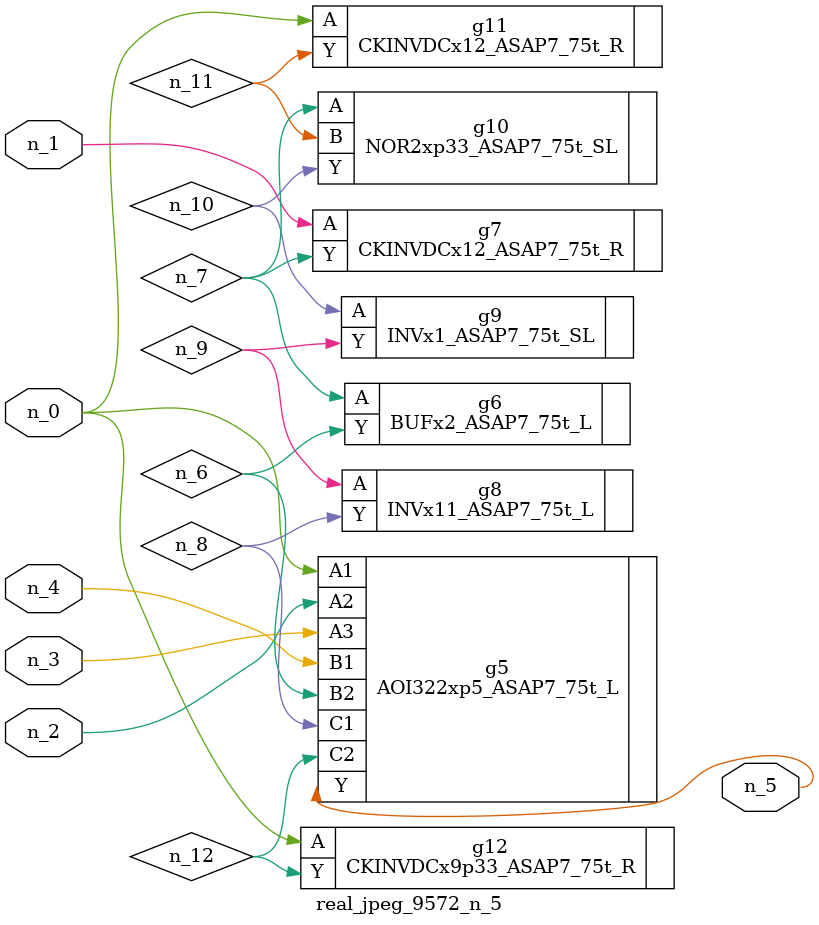
<source format=v>
module real_jpeg_9572_n_5 (n_4, n_0, n_1, n_2, n_3, n_5);

input n_4;
input n_0;
input n_1;
input n_2;
input n_3;

output n_5;

wire n_12;
wire n_8;
wire n_11;
wire n_6;
wire n_7;
wire n_10;
wire n_9;

AOI322xp5_ASAP7_75t_L g5 ( 
.A1(n_0),
.A2(n_2),
.A3(n_3),
.B1(n_4),
.B2(n_6),
.C1(n_8),
.C2(n_12),
.Y(n_5)
);

CKINVDCx12_ASAP7_75t_R g11 ( 
.A(n_0),
.Y(n_11)
);

CKINVDCx9p33_ASAP7_75t_R g12 ( 
.A(n_0),
.Y(n_12)
);

CKINVDCx12_ASAP7_75t_R g7 ( 
.A(n_1),
.Y(n_7)
);

BUFx2_ASAP7_75t_L g6 ( 
.A(n_7),
.Y(n_6)
);

NOR2xp33_ASAP7_75t_SL g10 ( 
.A(n_7),
.B(n_11),
.Y(n_10)
);

INVx11_ASAP7_75t_L g8 ( 
.A(n_9),
.Y(n_8)
);

INVx1_ASAP7_75t_SL g9 ( 
.A(n_10),
.Y(n_9)
);


endmodule
</source>
